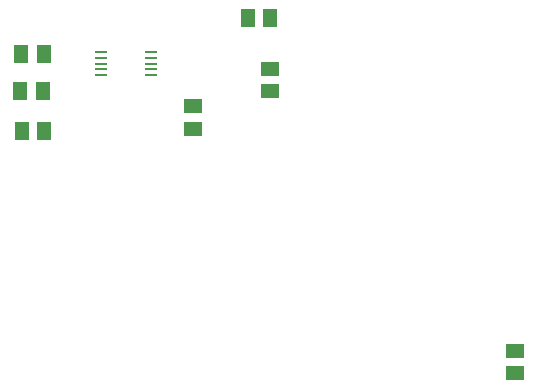
<source format=gbr>
G04 EAGLE Gerber RS-274X export*
G75*
%MOMM*%
%FSLAX34Y34*%
%LPD*%
%INSolderpaste Top*%
%IPPOS*%
%AMOC8*
5,1,8,0,0,1.08239X$1,22.5*%
G01*
%ADD10R,1.500000X1.300000*%
%ADD11R,1.000000X0.250000*%
%ADD12R,1.300000X1.500000*%


D10*
X713500Y152500D03*
X713500Y133500D03*
D11*
X405131Y385500D03*
X405131Y390500D03*
X405131Y395500D03*
X405131Y400500D03*
X405131Y405500D03*
X362869Y405500D03*
X362869Y400500D03*
X362869Y395500D03*
X362869Y390500D03*
X362869Y385500D03*
D12*
X314500Y338500D03*
X295500Y338500D03*
X294500Y372500D03*
X313500Y372500D03*
X295000Y403500D03*
X314000Y403500D03*
D10*
X440500Y359500D03*
X440500Y340500D03*
D12*
X506000Y434500D03*
X487000Y434500D03*
D10*
X506000Y391000D03*
X506000Y372000D03*
M02*

</source>
